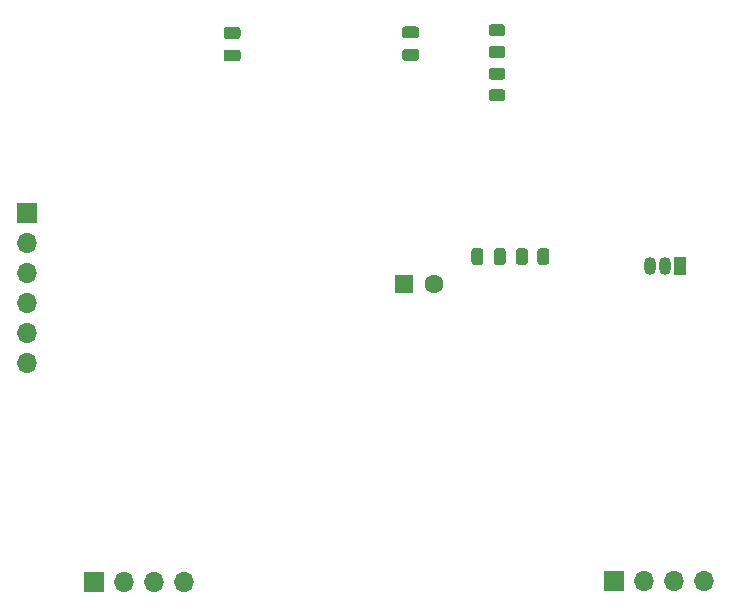
<source format=gbr>
%TF.GenerationSoftware,KiCad,Pcbnew,5.1.9+dfsg1-1*%
%TF.CreationDate,2021-05-21T09:37:11+02:00*%
%TF.ProjectId,vscp-din-m1-wireless-p1,76736370-2d64-4696-9e2d-6d312d776972,rev?*%
%TF.SameCoordinates,Original*%
%TF.FileFunction,Soldermask,Bot*%
%TF.FilePolarity,Negative*%
%FSLAX46Y46*%
G04 Gerber Fmt 4.6, Leading zero omitted, Abs format (unit mm)*
G04 Created by KiCad (PCBNEW 5.1.9+dfsg1-1) date 2021-05-21 09:37:11*
%MOMM*%
%LPD*%
G01*
G04 APERTURE LIST*
%ADD10O,1.700000X1.700000*%
%ADD11R,1.700000X1.700000*%
%ADD12C,1.600000*%
%ADD13R,1.600000X1.600000*%
%ADD14R,1.050000X1.500000*%
%ADD15O,1.050000X1.500000*%
G04 APERTURE END LIST*
D10*
%TO.C,J3*%
X72110600Y-99695000D03*
X72110600Y-97155000D03*
X72110600Y-94615000D03*
X72110600Y-92075000D03*
X72110600Y-89535000D03*
D11*
X72110600Y-86995000D03*
%TD*%
%TO.C,R8*%
G36*
G01*
X115284200Y-91102601D02*
X115284200Y-90202599D01*
G75*
G02*
X115534199Y-89952600I249999J0D01*
G01*
X116059201Y-89952600D01*
G75*
G02*
X116309200Y-90202599I0J-249999D01*
G01*
X116309200Y-91102601D01*
G75*
G02*
X116059201Y-91352600I-249999J0D01*
G01*
X115534199Y-91352600D01*
G75*
G02*
X115284200Y-91102601I0J249999D01*
G01*
G37*
G36*
G01*
X113459200Y-91102601D02*
X113459200Y-90202599D01*
G75*
G02*
X113709199Y-89952600I249999J0D01*
G01*
X114234201Y-89952600D01*
G75*
G02*
X114484200Y-90202599I0J-249999D01*
G01*
X114484200Y-91102601D01*
G75*
G02*
X114234201Y-91352600I-249999J0D01*
G01*
X113709199Y-91352600D01*
G75*
G02*
X113459200Y-91102601I0J249999D01*
G01*
G37*
%TD*%
%TO.C,R4*%
G36*
G01*
X110700400Y-90177600D02*
X110700400Y-91127600D01*
G75*
G02*
X110450400Y-91377600I-250000J0D01*
G01*
X109950400Y-91377600D01*
G75*
G02*
X109700400Y-91127600I0J250000D01*
G01*
X109700400Y-90177600D01*
G75*
G02*
X109950400Y-89927600I250000J0D01*
G01*
X110450400Y-89927600D01*
G75*
G02*
X110700400Y-90177600I0J-250000D01*
G01*
G37*
G36*
G01*
X112600400Y-90177600D02*
X112600400Y-91127600D01*
G75*
G02*
X112350400Y-91377600I-250000J0D01*
G01*
X111850400Y-91377600D01*
G75*
G02*
X111600400Y-91127600I0J250000D01*
G01*
X111600400Y-90177600D01*
G75*
G02*
X111850400Y-89927600I250000J0D01*
G01*
X112350400Y-89927600D01*
G75*
G02*
X112600400Y-90177600I0J-250000D01*
G01*
G37*
%TD*%
%TO.C,R3*%
G36*
G01*
X111411599Y-72815400D02*
X112311601Y-72815400D01*
G75*
G02*
X112561600Y-73065399I0J-249999D01*
G01*
X112561600Y-73590401D01*
G75*
G02*
X112311601Y-73840400I-249999J0D01*
G01*
X111411599Y-73840400D01*
G75*
G02*
X111161600Y-73590401I0J249999D01*
G01*
X111161600Y-73065399D01*
G75*
G02*
X111411599Y-72815400I249999J0D01*
G01*
G37*
G36*
G01*
X111411599Y-70990400D02*
X112311601Y-70990400D01*
G75*
G02*
X112561600Y-71240399I0J-249999D01*
G01*
X112561600Y-71765401D01*
G75*
G02*
X112311601Y-72015400I-249999J0D01*
G01*
X111411599Y-72015400D01*
G75*
G02*
X111161600Y-71765401I0J249999D01*
G01*
X111161600Y-71240399D01*
G75*
G02*
X111411599Y-70990400I249999J0D01*
G01*
G37*
%TD*%
%TO.C,R2*%
G36*
G01*
X112311601Y-75673000D02*
X111411599Y-75673000D01*
G75*
G02*
X111161600Y-75423001I0J249999D01*
G01*
X111161600Y-74897999D01*
G75*
G02*
X111411599Y-74648000I249999J0D01*
G01*
X112311601Y-74648000D01*
G75*
G02*
X112561600Y-74897999I0J-249999D01*
G01*
X112561600Y-75423001D01*
G75*
G02*
X112311601Y-75673000I-249999J0D01*
G01*
G37*
G36*
G01*
X112311601Y-77498000D02*
X111411599Y-77498000D01*
G75*
G02*
X111161600Y-77248001I0J249999D01*
G01*
X111161600Y-76722999D01*
G75*
G02*
X111411599Y-76473000I249999J0D01*
G01*
X112311601Y-76473000D01*
G75*
G02*
X112561600Y-76722999I0J-249999D01*
G01*
X112561600Y-77248001D01*
G75*
G02*
X112311601Y-77498000I-249999J0D01*
G01*
G37*
%TD*%
%TO.C,C4*%
G36*
G01*
X89908400Y-72219400D02*
X88958400Y-72219400D01*
G75*
G02*
X88708400Y-71969400I0J250000D01*
G01*
X88708400Y-71469400D01*
G75*
G02*
X88958400Y-71219400I250000J0D01*
G01*
X89908400Y-71219400D01*
G75*
G02*
X90158400Y-71469400I0J-250000D01*
G01*
X90158400Y-71969400D01*
G75*
G02*
X89908400Y-72219400I-250000J0D01*
G01*
G37*
G36*
G01*
X89908400Y-74119400D02*
X88958400Y-74119400D01*
G75*
G02*
X88708400Y-73869400I0J250000D01*
G01*
X88708400Y-73369400D01*
G75*
G02*
X88958400Y-73119400I250000J0D01*
G01*
X89908400Y-73119400D01*
G75*
G02*
X90158400Y-73369400I0J-250000D01*
G01*
X90158400Y-73869400D01*
G75*
G02*
X89908400Y-74119400I-250000J0D01*
G01*
G37*
%TD*%
%TO.C,C3*%
G36*
G01*
X105021400Y-72168600D02*
X104071400Y-72168600D01*
G75*
G02*
X103821400Y-71918600I0J250000D01*
G01*
X103821400Y-71418600D01*
G75*
G02*
X104071400Y-71168600I250000J0D01*
G01*
X105021400Y-71168600D01*
G75*
G02*
X105271400Y-71418600I0J-250000D01*
G01*
X105271400Y-71918600D01*
G75*
G02*
X105021400Y-72168600I-250000J0D01*
G01*
G37*
G36*
G01*
X105021400Y-74068600D02*
X104071400Y-74068600D01*
G75*
G02*
X103821400Y-73818600I0J250000D01*
G01*
X103821400Y-73318600D01*
G75*
G02*
X104071400Y-73068600I250000J0D01*
G01*
X105021400Y-73068600D01*
G75*
G02*
X105271400Y-73318600I0J-250000D01*
G01*
X105271400Y-73818600D01*
G75*
G02*
X105021400Y-74068600I-250000J0D01*
G01*
G37*
%TD*%
D12*
%TO.C,C2*%
X106500000Y-93000000D03*
D13*
X104000000Y-93000000D03*
%TD*%
D14*
%TO.C,Q1*%
X127381000Y-91465400D03*
D15*
X124841000Y-91465400D03*
X126111000Y-91465400D03*
%TD*%
D10*
%TO.C,J2*%
X129413000Y-118135400D03*
X126873000Y-118135400D03*
X124333000Y-118135400D03*
D11*
X121793000Y-118135400D03*
%TD*%
D10*
%TO.C,J1*%
X85344000Y-118160800D03*
X82804000Y-118160800D03*
X80264000Y-118160800D03*
D11*
X77724000Y-118160800D03*
%TD*%
M02*

</source>
